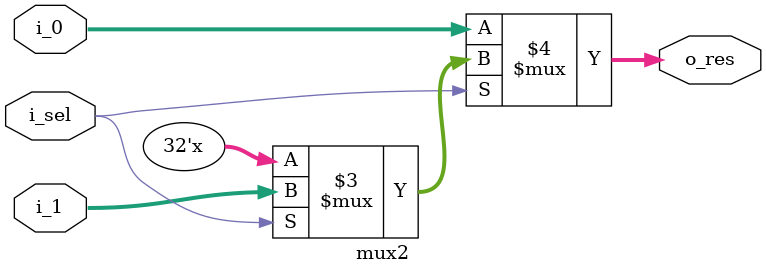
<source format=v>
module mux2
#(
    parameter WIDTH = 32
)
(
    /* inputs */
    input             i_sel,
    input [WIDTH-1:0] i_0,
    input [WIDTH-1:0] i_1,

    /* outputs */
    output [WIDTH-1:0] o_res
);

    assign o_res =
        (i_sel == 1'd0) ? i_0 :
            (i_sel == 1'd1) ? i_1 :
                {WIDTH{1'bz}};

endmodule

</source>
